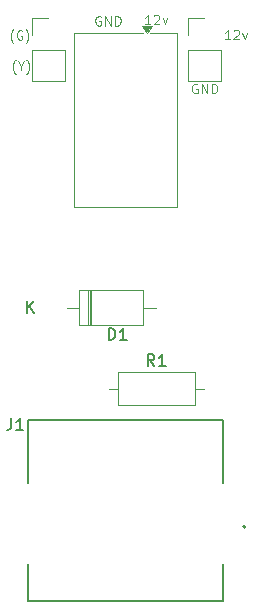
<source format=gto>
%TF.GenerationSoftware,KiCad,Pcbnew,9.0.2*%
%TF.CreationDate,2025-11-18T17:18:59+08:00*%
%TF.ProjectId,swerve-hub,73776572-7665-42d6-9875-622e6b696361,rev?*%
%TF.SameCoordinates,Original*%
%TF.FileFunction,Legend,Top*%
%TF.FilePolarity,Positive*%
%FSLAX46Y46*%
G04 Gerber Fmt 4.6, Leading zero omitted, Abs format (unit mm)*
G04 Created by KiCad (PCBNEW 9.0.2) date 2025-11-18 17:18:59*
%MOMM*%
%LPD*%
G01*
G04 APERTURE LIST*
%ADD10C,0.100000*%
%ADD11C,0.150000*%
%ADD12C,0.120000*%
%ADD13C,0.127000*%
%ADD14C,0.200000*%
G04 APERTURE END LIST*
D10*
X88484836Y-62201657D02*
X88446741Y-62163561D01*
X88446741Y-62163561D02*
X88370550Y-62049276D01*
X88370550Y-62049276D02*
X88332455Y-61973085D01*
X88332455Y-61973085D02*
X88294360Y-61858800D01*
X88294360Y-61858800D02*
X88256265Y-61668323D01*
X88256265Y-61668323D02*
X88256265Y-61515942D01*
X88256265Y-61515942D02*
X88294360Y-61325466D01*
X88294360Y-61325466D02*
X88332455Y-61211180D01*
X88332455Y-61211180D02*
X88370550Y-61134990D01*
X88370550Y-61134990D02*
X88446741Y-61020704D01*
X88446741Y-61020704D02*
X88484836Y-60982609D01*
X89208645Y-61134990D02*
X89132455Y-61096895D01*
X89132455Y-61096895D02*
X89018169Y-61096895D01*
X89018169Y-61096895D02*
X88903883Y-61134990D01*
X88903883Y-61134990D02*
X88827693Y-61211180D01*
X88827693Y-61211180D02*
X88789598Y-61287371D01*
X88789598Y-61287371D02*
X88751502Y-61439752D01*
X88751502Y-61439752D02*
X88751502Y-61554038D01*
X88751502Y-61554038D02*
X88789598Y-61706419D01*
X88789598Y-61706419D02*
X88827693Y-61782609D01*
X88827693Y-61782609D02*
X88903883Y-61858800D01*
X88903883Y-61858800D02*
X89018169Y-61896895D01*
X89018169Y-61896895D02*
X89094360Y-61896895D01*
X89094360Y-61896895D02*
X89208645Y-61858800D01*
X89208645Y-61858800D02*
X89246741Y-61820704D01*
X89246741Y-61820704D02*
X89246741Y-61554038D01*
X89246741Y-61554038D02*
X89094360Y-61554038D01*
X89513407Y-62201657D02*
X89551502Y-62163561D01*
X89551502Y-62163561D02*
X89627693Y-62049276D01*
X89627693Y-62049276D02*
X89665788Y-61973085D01*
X89665788Y-61973085D02*
X89703883Y-61858800D01*
X89703883Y-61858800D02*
X89741979Y-61668323D01*
X89741979Y-61668323D02*
X89741979Y-61515942D01*
X89741979Y-61515942D02*
X89703883Y-61325466D01*
X89703883Y-61325466D02*
X89665788Y-61211180D01*
X89665788Y-61211180D02*
X89627693Y-61134990D01*
X89627693Y-61134990D02*
X89551502Y-61020704D01*
X89551502Y-61020704D02*
X89513407Y-60982609D01*
X95875312Y-59934990D02*
X95799122Y-59896895D01*
X95799122Y-59896895D02*
X95684836Y-59896895D01*
X95684836Y-59896895D02*
X95570550Y-59934990D01*
X95570550Y-59934990D02*
X95494360Y-60011180D01*
X95494360Y-60011180D02*
X95456265Y-60087371D01*
X95456265Y-60087371D02*
X95418169Y-60239752D01*
X95418169Y-60239752D02*
X95418169Y-60354038D01*
X95418169Y-60354038D02*
X95456265Y-60506419D01*
X95456265Y-60506419D02*
X95494360Y-60582609D01*
X95494360Y-60582609D02*
X95570550Y-60658800D01*
X95570550Y-60658800D02*
X95684836Y-60696895D01*
X95684836Y-60696895D02*
X95761027Y-60696895D01*
X95761027Y-60696895D02*
X95875312Y-60658800D01*
X95875312Y-60658800D02*
X95913408Y-60620704D01*
X95913408Y-60620704D02*
X95913408Y-60354038D01*
X95913408Y-60354038D02*
X95761027Y-60354038D01*
X96256265Y-60696895D02*
X96256265Y-59896895D01*
X96256265Y-59896895D02*
X96713408Y-60696895D01*
X96713408Y-60696895D02*
X96713408Y-59896895D01*
X97094360Y-60696895D02*
X97094360Y-59896895D01*
X97094360Y-59896895D02*
X97284836Y-59896895D01*
X97284836Y-59896895D02*
X97399122Y-59934990D01*
X97399122Y-59934990D02*
X97475312Y-60011180D01*
X97475312Y-60011180D02*
X97513407Y-60087371D01*
X97513407Y-60087371D02*
X97551503Y-60239752D01*
X97551503Y-60239752D02*
X97551503Y-60354038D01*
X97551503Y-60354038D02*
X97513407Y-60506419D01*
X97513407Y-60506419D02*
X97475312Y-60582609D01*
X97475312Y-60582609D02*
X97399122Y-60658800D01*
X97399122Y-60658800D02*
X97284836Y-60696895D01*
X97284836Y-60696895D02*
X97094360Y-60696895D01*
X104053312Y-65682990D02*
X103977122Y-65644895D01*
X103977122Y-65644895D02*
X103862836Y-65644895D01*
X103862836Y-65644895D02*
X103748550Y-65682990D01*
X103748550Y-65682990D02*
X103672360Y-65759180D01*
X103672360Y-65759180D02*
X103634265Y-65835371D01*
X103634265Y-65835371D02*
X103596169Y-65987752D01*
X103596169Y-65987752D02*
X103596169Y-66102038D01*
X103596169Y-66102038D02*
X103634265Y-66254419D01*
X103634265Y-66254419D02*
X103672360Y-66330609D01*
X103672360Y-66330609D02*
X103748550Y-66406800D01*
X103748550Y-66406800D02*
X103862836Y-66444895D01*
X103862836Y-66444895D02*
X103939027Y-66444895D01*
X103939027Y-66444895D02*
X104053312Y-66406800D01*
X104053312Y-66406800D02*
X104091408Y-66368704D01*
X104091408Y-66368704D02*
X104091408Y-66102038D01*
X104091408Y-66102038D02*
X103939027Y-66102038D01*
X104434265Y-66444895D02*
X104434265Y-65644895D01*
X104434265Y-65644895D02*
X104891408Y-66444895D01*
X104891408Y-66444895D02*
X104891408Y-65644895D01*
X105272360Y-66444895D02*
X105272360Y-65644895D01*
X105272360Y-65644895D02*
X105462836Y-65644895D01*
X105462836Y-65644895D02*
X105577122Y-65682990D01*
X105577122Y-65682990D02*
X105653312Y-65759180D01*
X105653312Y-65759180D02*
X105691407Y-65835371D01*
X105691407Y-65835371D02*
X105729503Y-65987752D01*
X105729503Y-65987752D02*
X105729503Y-66102038D01*
X105729503Y-66102038D02*
X105691407Y-66254419D01*
X105691407Y-66254419D02*
X105653312Y-66330609D01*
X105653312Y-66330609D02*
X105577122Y-66406800D01*
X105577122Y-66406800D02*
X105462836Y-66444895D01*
X105462836Y-66444895D02*
X105272360Y-66444895D01*
X100075312Y-60596895D02*
X99618169Y-60596895D01*
X99846741Y-60596895D02*
X99846741Y-59796895D01*
X99846741Y-59796895D02*
X99770550Y-59911180D01*
X99770550Y-59911180D02*
X99694360Y-59987371D01*
X99694360Y-59987371D02*
X99618169Y-60025466D01*
X100380074Y-59873085D02*
X100418170Y-59834990D01*
X100418170Y-59834990D02*
X100494360Y-59796895D01*
X100494360Y-59796895D02*
X100684836Y-59796895D01*
X100684836Y-59796895D02*
X100761027Y-59834990D01*
X100761027Y-59834990D02*
X100799122Y-59873085D01*
X100799122Y-59873085D02*
X100837217Y-59949276D01*
X100837217Y-59949276D02*
X100837217Y-60025466D01*
X100837217Y-60025466D02*
X100799122Y-60139752D01*
X100799122Y-60139752D02*
X100341979Y-60596895D01*
X100341979Y-60596895D02*
X100837217Y-60596895D01*
X101103884Y-60063561D02*
X101294360Y-60596895D01*
X101294360Y-60596895D02*
X101484837Y-60063561D01*
X106847312Y-61872895D02*
X106390169Y-61872895D01*
X106618741Y-61872895D02*
X106618741Y-61072895D01*
X106618741Y-61072895D02*
X106542550Y-61187180D01*
X106542550Y-61187180D02*
X106466360Y-61263371D01*
X106466360Y-61263371D02*
X106390169Y-61301466D01*
X107152074Y-61149085D02*
X107190170Y-61110990D01*
X107190170Y-61110990D02*
X107266360Y-61072895D01*
X107266360Y-61072895D02*
X107456836Y-61072895D01*
X107456836Y-61072895D02*
X107533027Y-61110990D01*
X107533027Y-61110990D02*
X107571122Y-61149085D01*
X107571122Y-61149085D02*
X107609217Y-61225276D01*
X107609217Y-61225276D02*
X107609217Y-61301466D01*
X107609217Y-61301466D02*
X107571122Y-61415752D01*
X107571122Y-61415752D02*
X107113979Y-61872895D01*
X107113979Y-61872895D02*
X107609217Y-61872895D01*
X107875884Y-61339561D02*
X108066360Y-61872895D01*
X108066360Y-61872895D02*
X108256837Y-61339561D01*
X88660836Y-64801657D02*
X88622741Y-64763561D01*
X88622741Y-64763561D02*
X88546550Y-64649276D01*
X88546550Y-64649276D02*
X88508455Y-64573085D01*
X88508455Y-64573085D02*
X88470360Y-64458800D01*
X88470360Y-64458800D02*
X88432265Y-64268323D01*
X88432265Y-64268323D02*
X88432265Y-64115942D01*
X88432265Y-64115942D02*
X88470360Y-63925466D01*
X88470360Y-63925466D02*
X88508455Y-63811180D01*
X88508455Y-63811180D02*
X88546550Y-63734990D01*
X88546550Y-63734990D02*
X88622741Y-63620704D01*
X88622741Y-63620704D02*
X88660836Y-63582609D01*
X89117979Y-64115942D02*
X89117979Y-64496895D01*
X88851312Y-63696895D02*
X89117979Y-64115942D01*
X89117979Y-64115942D02*
X89384645Y-63696895D01*
X89575121Y-64801657D02*
X89613216Y-64763561D01*
X89613216Y-64763561D02*
X89689407Y-64649276D01*
X89689407Y-64649276D02*
X89727502Y-64573085D01*
X89727502Y-64573085D02*
X89765597Y-64458800D01*
X89765597Y-64458800D02*
X89803693Y-64268323D01*
X89803693Y-64268323D02*
X89803693Y-64115942D01*
X89803693Y-64115942D02*
X89765597Y-63925466D01*
X89765597Y-63925466D02*
X89727502Y-63811180D01*
X89727502Y-63811180D02*
X89689407Y-63734990D01*
X89689407Y-63734990D02*
X89613216Y-63620704D01*
X89613216Y-63620704D02*
X89575121Y-63582609D01*
D11*
X88312666Y-93942819D02*
X88312666Y-94657104D01*
X88312666Y-94657104D02*
X88265047Y-94799961D01*
X88265047Y-94799961D02*
X88169809Y-94895200D01*
X88169809Y-94895200D02*
X88026952Y-94942819D01*
X88026952Y-94942819D02*
X87931714Y-94942819D01*
X89312666Y-94942819D02*
X88741238Y-94942819D01*
X89026952Y-94942819D02*
X89026952Y-93942819D01*
X89026952Y-93942819D02*
X88931714Y-94085676D01*
X88931714Y-94085676D02*
X88836476Y-94180914D01*
X88836476Y-94180914D02*
X88741238Y-94228533D01*
X96543905Y-87322819D02*
X96543905Y-86322819D01*
X96543905Y-86322819D02*
X96782000Y-86322819D01*
X96782000Y-86322819D02*
X96924857Y-86370438D01*
X96924857Y-86370438D02*
X97020095Y-86465676D01*
X97020095Y-86465676D02*
X97067714Y-86560914D01*
X97067714Y-86560914D02*
X97115333Y-86751390D01*
X97115333Y-86751390D02*
X97115333Y-86894247D01*
X97115333Y-86894247D02*
X97067714Y-87084723D01*
X97067714Y-87084723D02*
X97020095Y-87179961D01*
X97020095Y-87179961D02*
X96924857Y-87275200D01*
X96924857Y-87275200D02*
X96782000Y-87322819D01*
X96782000Y-87322819D02*
X96543905Y-87322819D01*
X98067714Y-87322819D02*
X97496286Y-87322819D01*
X97782000Y-87322819D02*
X97782000Y-86322819D01*
X97782000Y-86322819D02*
X97686762Y-86465676D01*
X97686762Y-86465676D02*
X97591524Y-86560914D01*
X97591524Y-86560914D02*
X97496286Y-86608533D01*
X89654095Y-85036819D02*
X89654095Y-84036819D01*
X90225523Y-85036819D02*
X89796952Y-84465390D01*
X90225523Y-84036819D02*
X89654095Y-84608247D01*
X100417333Y-89524819D02*
X100084000Y-89048628D01*
X99845905Y-89524819D02*
X99845905Y-88524819D01*
X99845905Y-88524819D02*
X100226857Y-88524819D01*
X100226857Y-88524819D02*
X100322095Y-88572438D01*
X100322095Y-88572438D02*
X100369714Y-88620057D01*
X100369714Y-88620057D02*
X100417333Y-88715295D01*
X100417333Y-88715295D02*
X100417333Y-88858152D01*
X100417333Y-88858152D02*
X100369714Y-88953390D01*
X100369714Y-88953390D02*
X100322095Y-89001009D01*
X100322095Y-89001009D02*
X100226857Y-89048628D01*
X100226857Y-89048628D02*
X99845905Y-89048628D01*
X101369714Y-89524819D02*
X100798286Y-89524819D01*
X101084000Y-89524819D02*
X101084000Y-88524819D01*
X101084000Y-88524819D02*
X100988762Y-88667676D01*
X100988762Y-88667676D02*
X100893524Y-88762914D01*
X100893524Y-88762914D02*
X100798286Y-88810533D01*
D12*
%TO.C,J3*%
X93586000Y-61342500D02*
X99466000Y-61342500D01*
X93586000Y-76082500D02*
X93586000Y-61342500D01*
X100066000Y-61342500D02*
X102326000Y-61342500D01*
X102326000Y-61342500D02*
X102326000Y-76082500D01*
X102326000Y-76082500D02*
X93586000Y-76082500D01*
X99766000Y-61342500D02*
X99326000Y-60732500D01*
X100206000Y-60732500D01*
X99766000Y-61342500D01*
G36*
X99766000Y-61342500D02*
G01*
X99326000Y-60732500D01*
X100206000Y-60732500D01*
X99766000Y-61342500D01*
G37*
D13*
%TO.C,J1*%
X89706000Y-94093500D02*
X106206000Y-94093500D01*
X89706000Y-99433500D02*
X89706000Y-94093500D01*
X89706000Y-109383500D02*
X89706000Y-106303500D01*
X106206000Y-94093500D02*
X106206000Y-99433500D01*
X106206000Y-109383500D02*
X89706000Y-109383500D01*
X106206000Y-109383500D02*
X106206000Y-106303500D01*
D14*
X108131000Y-103113500D02*
G75*
G02*
X107931000Y-103113500I-100000J0D01*
G01*
X107931000Y-103113500D02*
G75*
G02*
X108131000Y-103113500I100000J0D01*
G01*
D12*
%TO.C,D1*%
X93034000Y-84582000D02*
X94054000Y-84582000D01*
X94834000Y-83112000D02*
X94834000Y-86052000D01*
X94954000Y-83112000D02*
X94954000Y-86052000D01*
X95074000Y-83112000D02*
X95074000Y-86052000D01*
X100514000Y-84582000D02*
X99494000Y-84582000D01*
X94054000Y-83112000D02*
X99494000Y-83112000D01*
X99494000Y-86052000D01*
X94054000Y-86052000D01*
X94054000Y-83112000D01*
%TO.C,R1*%
X96544000Y-91440000D02*
X97314000Y-91440000D01*
X104624000Y-91440000D02*
X103854000Y-91440000D01*
X97314000Y-90070000D02*
X103854000Y-90070000D01*
X103854000Y-92810000D01*
X97314000Y-92810000D01*
X97314000Y-90070000D01*
%TO.C,J2*%
X90060000Y-60083000D02*
X91440000Y-60083000D01*
X90060000Y-61463000D02*
X90060000Y-60083000D01*
X90060000Y-62733000D02*
X90060000Y-65383000D01*
X90060000Y-62733000D02*
X92820000Y-62733000D01*
X90060000Y-65383000D02*
X92820000Y-65383000D01*
X92820000Y-62733000D02*
X92820000Y-65383000D01*
%TO.C,J4*%
X103268000Y-60083000D02*
X104648000Y-60083000D01*
X103268000Y-61463000D02*
X103268000Y-60083000D01*
X103268000Y-62733000D02*
X103268000Y-65383000D01*
X103268000Y-62733000D02*
X106028000Y-62733000D01*
X103268000Y-65383000D02*
X106028000Y-65383000D01*
X106028000Y-62733000D02*
X106028000Y-65383000D01*
%TD*%
M02*

</source>
